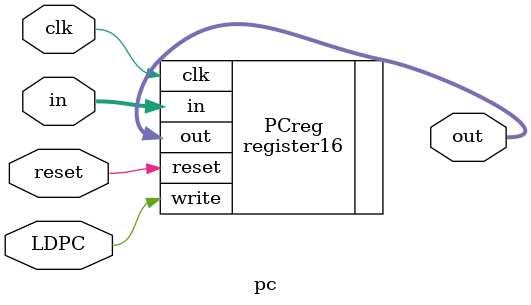
<source format=v>
`include "./reg/register.v"

module pc(clk, out, in, LDPC, reset);

    input         clk;
    input [15:0]  in;
    input         LDPC;
    input         reset;
    output [15:0] out;

    register16 PCreg(.clk(clk),
                     .out(out),
                     .in(in),
                     .write(LDPC),
                     .reset(reset));

endmodule
</source>
